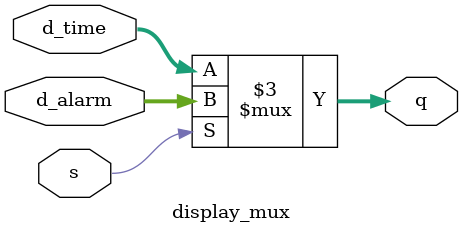
<source format=v>
`timescale 1ns / 1ps

module display_mux #(
    parameter MUX_W = 4 * 4
    )(
    input [MUX_W:0] d_time,
    input [MUX_W:0] d_alarm,
    input s,
    output reg [MUX_W:0] q
    );
    
    always @ *
        if(s)
            q = d_alarm;
        else
            q = d_time;
            
    
endmodule
</source>
